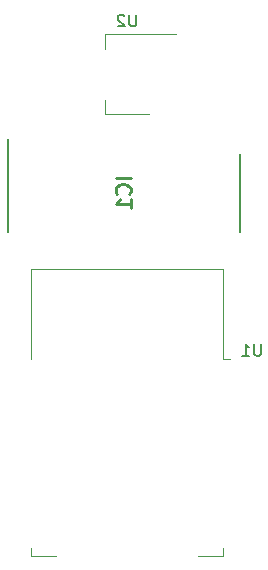
<source format=gbr>
%TF.GenerationSoftware,KiCad,Pcbnew,(6.0.5)*%
%TF.CreationDate,2022-11-18T19:29:44+05:30*%
%TF.ProjectId,Ball Lamp,42616c6c-204c-4616-9d70-2e6b69636164,rev?*%
%TF.SameCoordinates,Original*%
%TF.FileFunction,Legend,Bot*%
%TF.FilePolarity,Positive*%
%FSLAX46Y46*%
G04 Gerber Fmt 4.6, Leading zero omitted, Abs format (unit mm)*
G04 Created by KiCad (PCBNEW (6.0.5)) date 2022-11-18 19:29:44*
%MOMM*%
%LPD*%
G01*
G04 APERTURE LIST*
%ADD10C,0.150000*%
%ADD11C,0.254000*%
%ADD12C,0.120000*%
%ADD13C,0.200000*%
G04 APERTURE END LIST*
D10*
%TO.C,U1*%
X11121904Y-3052380D02*
X11121904Y-3861904D01*
X11074285Y-3957142D01*
X11026666Y-4004761D01*
X10931428Y-4052380D01*
X10740952Y-4052380D01*
X10645714Y-4004761D01*
X10598095Y-3957142D01*
X10550476Y-3861904D01*
X10550476Y-3052380D01*
X9550476Y-4052380D02*
X10121904Y-4052380D01*
X9836190Y-4052380D02*
X9836190Y-3052380D01*
X9931428Y-3195238D01*
X10026666Y-3290476D01*
X10121904Y-3338095D01*
D11*
%TO.C,IC1*%
X84523Y11009761D02*
X-1185476Y11009761D01*
X-36428Y9679285D02*
X24047Y9739761D01*
X84523Y9921190D01*
X84523Y10042142D01*
X24047Y10223571D01*
X-96904Y10344523D01*
X-217857Y10405000D01*
X-459761Y10465476D01*
X-641190Y10465476D01*
X-883095Y10405000D01*
X-1004047Y10344523D01*
X-1125000Y10223571D01*
X-1185476Y10042142D01*
X-1185476Y9921190D01*
X-1125000Y9739761D01*
X-1064523Y9679285D01*
X84523Y8469761D02*
X84523Y9195476D01*
X84523Y8832619D02*
X-1185476Y8832619D01*
X-1004047Y8953571D01*
X-883095Y9074523D01*
X-822619Y9195476D01*
D10*
%TO.C,U2*%
X551904Y24837619D02*
X551904Y24028095D01*
X504285Y23932857D01*
X456666Y23885238D01*
X361428Y23837619D01*
X170952Y23837619D01*
X75714Y23885238D01*
X28095Y23932857D01*
X-19523Y24028095D01*
X-19523Y24837619D01*
X-448095Y24742380D02*
X-495714Y24790000D01*
X-590952Y24837619D01*
X-829047Y24837619D01*
X-924285Y24790000D01*
X-971904Y24742380D01*
X-1019523Y24647142D01*
X-1019523Y24551904D01*
X-971904Y24409047D01*
X-400476Y23837619D01*
X-1019523Y23837619D01*
D12*
%TO.C,U1*%
X-8320000Y3260000D02*
X-8320000Y-4360000D01*
X7920000Y-4360000D02*
X8530000Y-4360000D01*
X7920000Y-20980000D02*
X7920000Y-20360000D01*
X5800000Y-20980000D02*
X7920000Y-20980000D01*
X-8320000Y-20980000D02*
X-6200000Y-20980000D01*
X-8320000Y-20360000D02*
X-8320000Y-20980000D01*
X7920000Y-4360000D02*
X7920000Y3260000D01*
X7920000Y3260000D02*
X-8320000Y3260000D01*
D13*
%TO.C,IC1*%
X-10335000Y14305000D02*
X-10335000Y6470000D01*
X9355000Y13070000D02*
X9355000Y6470000D01*
D12*
%TO.C,U2*%
X1640000Y16380000D02*
X-2120000Y16380000D01*
X-2120000Y23200000D02*
X-2120000Y21940000D01*
X3890000Y23200000D02*
X-2120000Y23200000D01*
X-2120000Y16380000D02*
X-2120000Y17640000D01*
%TD*%
M02*

</source>
